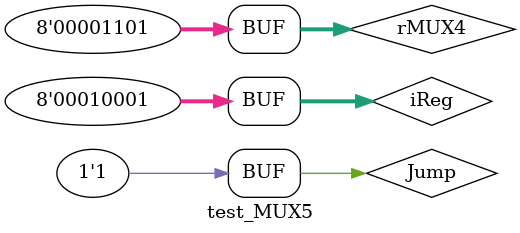
<source format=v>
module test_MUX5;
    reg [7:0] iReg;
    reg [7:0] rMUX4;
    reg Jump;
    wire [7:0] out;
    initial begin
        #1 Jump = 0; iReg = 8'b00010001; rMUX4 = 8'b00001101;

        #1 Jump = 1; 
    end
    initial begin
        $monitor("Time=%0d, controle Jump: %b, in iReg: %b, in rMUX4: %b, out: %b",
                $time, Jump, iReg, rMUX4, out);
    end
    MUX5 gate1(iReg, rMUX4, out, Jump);
endmodule


</source>
